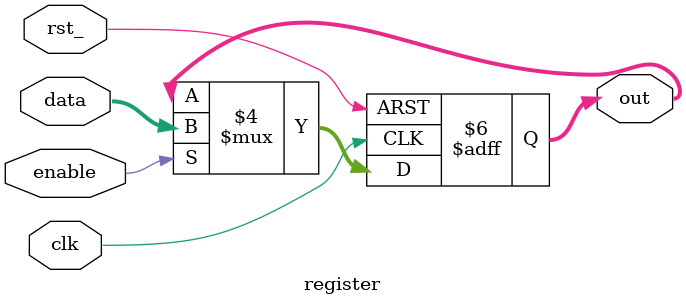
<source format=sv>
`timescale 1ns/1ns
module register (
    input   wire    clk,
    input   wire    rst_,
    input   wire    enable,
    input   wire   [7:0] data,     

    output  reg    [7:0]   out
    );

    always_ff @(posedge clk or negedge rst_) begin
        if (!rst_) begin
            out    <=  '0;
        end else begin
            if (enable) begin
                out <= data;
            end else begin
                out <= out;
            end
        end
    end

endmodule

</source>
